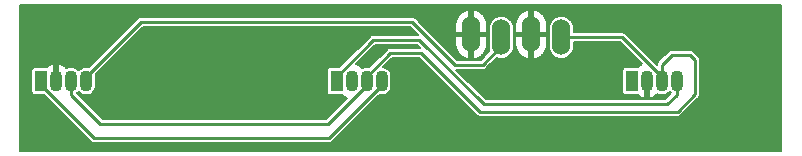
<source format=gbr>
G04 #@! TF.GenerationSoftware,KiCad,Pcbnew,(5.1.2)-2*
G04 #@! TF.CreationDate,2019-12-19T20:04:36-08:00*
G04 #@! TF.ProjectId,led_daughterboard,6c65645f-6461-4756-9768-746572626f61,rev?*
G04 #@! TF.SameCoordinates,Original*
G04 #@! TF.FileFunction,Copper,L1,Top*
G04 #@! TF.FilePolarity,Positive*
%FSLAX46Y46*%
G04 Gerber Fmt 4.6, Leading zero omitted, Abs format (unit mm)*
G04 Created by KiCad (PCBNEW (5.1.2)-2) date 2019-12-19 20:04:36*
%MOMM*%
%LPD*%
G04 APERTURE LIST*
%ADD10O,1.524000X3.048000*%
%ADD11O,1.070000X1.800000*%
%ADD12R,1.070000X1.800000*%
%ADD13C,0.800000*%
%ADD14C,0.250000*%
%ADD15C,0.200000*%
G04 APERTURE END LIST*
D10*
X153270000Y-88654000D03*
X150730000Y-88400000D03*
X148190000Y-88654000D03*
X145650000Y-88400000D03*
D11*
X163060000Y-92350000D03*
X161790000Y-92350000D03*
X160520000Y-92350000D03*
D12*
X159250000Y-92350000D03*
D11*
X138060000Y-92350000D03*
X136790000Y-92350000D03*
X135520000Y-92350000D03*
D12*
X134250000Y-92350000D03*
D11*
X113060000Y-92350000D03*
X111790000Y-92350000D03*
X110520000Y-92350000D03*
D12*
X109250000Y-92350000D03*
D13*
X136875000Y-90625000D03*
X130525000Y-92150000D03*
X121275000Y-92000000D03*
X168900000Y-92250000D03*
X155500000Y-90825000D03*
D14*
X113060000Y-91985000D02*
X113060000Y-92350000D01*
X148190000Y-88654000D02*
X148190000Y-89416000D01*
X148190000Y-89416000D02*
X146631000Y-90975000D01*
X146631000Y-90975000D02*
X144275000Y-90975000D01*
X144275000Y-90975000D02*
X140625000Y-87325000D01*
X140625000Y-87325000D02*
X117720000Y-87325000D01*
X117720000Y-87325000D02*
X113060000Y-91985000D01*
X154282000Y-88654000D02*
X154286000Y-88650000D01*
X153270000Y-88654000D02*
X154282000Y-88654000D01*
X158455000Y-88650000D02*
X161790000Y-91985000D01*
X154286000Y-88650000D02*
X158455000Y-88650000D01*
X111790000Y-93500000D02*
X114265000Y-95975000D01*
X111790000Y-92350000D02*
X111790000Y-93500000D01*
X136790000Y-92715000D02*
X136790000Y-92350000D01*
X133530000Y-95975000D02*
X136790000Y-92715000D01*
X114265000Y-95975000D02*
X133530000Y-95975000D01*
X153270000Y-89416000D02*
X153270000Y-88654000D01*
X161790000Y-91985000D02*
X161790000Y-92350000D01*
X161790000Y-90985000D02*
X161790000Y-92350000D01*
X164150000Y-90100000D02*
X162675000Y-90100000D01*
X162675000Y-90100000D02*
X161790000Y-90985000D01*
X164600000Y-90550000D02*
X164150000Y-90100000D01*
X136790000Y-91985000D02*
X138800000Y-89975000D01*
X136790000Y-92350000D02*
X136790000Y-91985000D01*
X141425000Y-89975000D02*
X146375000Y-94925000D01*
X164600000Y-93450000D02*
X164600000Y-90550000D01*
X146375000Y-94925000D02*
X163125000Y-94925000D01*
X138800000Y-89975000D02*
X141425000Y-89975000D01*
X163125000Y-94925000D02*
X164600000Y-93450000D01*
X109250000Y-92715000D02*
X113710000Y-97175000D01*
X109250000Y-92350000D02*
X109250000Y-92715000D01*
X138060000Y-92715000D02*
X138060000Y-92350000D01*
X133600000Y-97175000D02*
X138060000Y-92715000D01*
X113710000Y-97175000D02*
X133600000Y-97175000D01*
X163060000Y-93500000D02*
X162260000Y-94300000D01*
X163060000Y-92350000D02*
X163060000Y-93500000D01*
X162260000Y-94300000D02*
X146700000Y-94300000D01*
X146700000Y-94300000D02*
X141275000Y-88875000D01*
X134250000Y-91985000D02*
X134250000Y-92350000D01*
X137360000Y-88875000D02*
X134250000Y-91985000D01*
X141275000Y-88875000D02*
X137360000Y-88875000D01*
D15*
G36*
X171925001Y-98275000D02*
G01*
X107475000Y-98275000D01*
X107475000Y-91450000D01*
X108413549Y-91450000D01*
X108413549Y-93250000D01*
X108419341Y-93308810D01*
X108436496Y-93365360D01*
X108464353Y-93417477D01*
X108501842Y-93463158D01*
X108547523Y-93500647D01*
X108599640Y-93528504D01*
X108656190Y-93545659D01*
X108715000Y-93551451D01*
X109485411Y-93551451D01*
X113394721Y-97460762D01*
X113408026Y-97476974D01*
X113472740Y-97530084D01*
X113546573Y-97569548D01*
X113602383Y-97586478D01*
X113626685Y-97593850D01*
X113635098Y-97594679D01*
X113689126Y-97600000D01*
X113689132Y-97600000D01*
X113709999Y-97602055D01*
X113730866Y-97600000D01*
X133579133Y-97600000D01*
X133600000Y-97602055D01*
X133620867Y-97600000D01*
X133620874Y-97600000D01*
X133683314Y-97593850D01*
X133763427Y-97569548D01*
X133837260Y-97530084D01*
X133901974Y-97476974D01*
X133915284Y-97460756D01*
X137851666Y-93524375D01*
X137896312Y-93537918D01*
X138060000Y-93554040D01*
X138223689Y-93537918D01*
X138381087Y-93490172D01*
X138526146Y-93412636D01*
X138653291Y-93308291D01*
X138757636Y-93181146D01*
X138835172Y-93036087D01*
X138882918Y-92878689D01*
X138895000Y-92756019D01*
X138895000Y-91943981D01*
X138882918Y-91821311D01*
X138835172Y-91663913D01*
X138757636Y-91518854D01*
X138653291Y-91391709D01*
X138526145Y-91287364D01*
X138381086Y-91209828D01*
X138223688Y-91162082D01*
X138214831Y-91161210D01*
X138976041Y-90400000D01*
X141248960Y-90400000D01*
X146059721Y-95210762D01*
X146073026Y-95226974D01*
X146137740Y-95280084D01*
X146211573Y-95319548D01*
X146267383Y-95336478D01*
X146291685Y-95343850D01*
X146300098Y-95344679D01*
X146354126Y-95350000D01*
X146354132Y-95350000D01*
X146374999Y-95352055D01*
X146395866Y-95350000D01*
X163104133Y-95350000D01*
X163125000Y-95352055D01*
X163145867Y-95350000D01*
X163145874Y-95350000D01*
X163208314Y-95343850D01*
X163288427Y-95319548D01*
X163362260Y-95280084D01*
X163426974Y-95226974D01*
X163440283Y-95210757D01*
X164885763Y-93765278D01*
X164901974Y-93751974D01*
X164955084Y-93687260D01*
X164994548Y-93613427D01*
X165015105Y-93545659D01*
X165018850Y-93533315D01*
X165020075Y-93520874D01*
X165025000Y-93470874D01*
X165025000Y-93470868D01*
X165027055Y-93450001D01*
X165025000Y-93429134D01*
X165025000Y-90570866D01*
X165027055Y-90549999D01*
X165025000Y-90529132D01*
X165025000Y-90529126D01*
X165018850Y-90466686D01*
X164994548Y-90386573D01*
X164955084Y-90312740D01*
X164901974Y-90248026D01*
X164885762Y-90234721D01*
X164465283Y-89814243D01*
X164451974Y-89798026D01*
X164387260Y-89744916D01*
X164313427Y-89705452D01*
X164233314Y-89681150D01*
X164170874Y-89675000D01*
X164170867Y-89675000D01*
X164150000Y-89672945D01*
X164129133Y-89675000D01*
X162695866Y-89675000D01*
X162674999Y-89672945D01*
X162654132Y-89675000D01*
X162654126Y-89675000D01*
X162600098Y-89680321D01*
X162591685Y-89681150D01*
X162567383Y-89688522D01*
X162511573Y-89705452D01*
X162437740Y-89744916D01*
X162373026Y-89798026D01*
X162359721Y-89814238D01*
X161504243Y-90669717D01*
X161488026Y-90683026D01*
X161434916Y-90747741D01*
X161395452Y-90821574D01*
X161382194Y-90865280D01*
X161371150Y-90901686D01*
X161370321Y-90910099D01*
X161365463Y-90959423D01*
X158770283Y-88364243D01*
X158756974Y-88348026D01*
X158692260Y-88294916D01*
X158618427Y-88255452D01*
X158538314Y-88231150D01*
X158475874Y-88225000D01*
X158475867Y-88225000D01*
X158455000Y-88222945D01*
X158434133Y-88225000D01*
X154332000Y-88225000D01*
X154332000Y-87839834D01*
X154316633Y-87683812D01*
X154255907Y-87483624D01*
X154157293Y-87299130D01*
X154024581Y-87137419D01*
X153862870Y-87004707D01*
X153678376Y-86906093D01*
X153478188Y-86845367D01*
X153270000Y-86824862D01*
X153061813Y-86845367D01*
X152861625Y-86906093D01*
X152677131Y-87004707D01*
X152515420Y-87137419D01*
X152382708Y-87299130D01*
X152284094Y-87483624D01*
X152223368Y-87683812D01*
X152208000Y-87839834D01*
X152208000Y-89468165D01*
X152223367Y-89624187D01*
X152284093Y-89824375D01*
X152382707Y-90008870D01*
X152515419Y-90170581D01*
X152677130Y-90303293D01*
X152861624Y-90401907D01*
X153061812Y-90462633D01*
X153270000Y-90483138D01*
X153478187Y-90462633D01*
X153678375Y-90401907D01*
X153862870Y-90303293D01*
X154024581Y-90170581D01*
X154157293Y-90008870D01*
X154255907Y-89824376D01*
X154316633Y-89624188D01*
X154332000Y-89468166D01*
X154332000Y-89076131D01*
X154343485Y-89075000D01*
X158278960Y-89075000D01*
X160118305Y-90914345D01*
X160013029Y-90949073D01*
X159820671Y-91067883D01*
X159734021Y-91148549D01*
X158715000Y-91148549D01*
X158656190Y-91154341D01*
X158599640Y-91171496D01*
X158547523Y-91199353D01*
X158501842Y-91236842D01*
X158464353Y-91282523D01*
X158436496Y-91334640D01*
X158419341Y-91391190D01*
X158413549Y-91450000D01*
X158413549Y-93250000D01*
X158419341Y-93308810D01*
X158436496Y-93365360D01*
X158464353Y-93417477D01*
X158501842Y-93463158D01*
X158547523Y-93500647D01*
X158599640Y-93528504D01*
X158656190Y-93545659D01*
X158715000Y-93551451D01*
X159734021Y-93551451D01*
X159820671Y-93632117D01*
X160013029Y-93750927D01*
X160190722Y-93809543D01*
X160366000Y-93693961D01*
X160366000Y-92504000D01*
X160346000Y-92504000D01*
X160346000Y-92196000D01*
X160366000Y-92196000D01*
X160366000Y-92176000D01*
X160674000Y-92176000D01*
X160674000Y-92196000D01*
X160694000Y-92196000D01*
X160694000Y-92504000D01*
X160674000Y-92504000D01*
X160674000Y-93693961D01*
X160849278Y-93809543D01*
X161026971Y-93750927D01*
X161219329Y-93632117D01*
X161384812Y-93478063D01*
X161401909Y-93454357D01*
X161468914Y-93490172D01*
X161626312Y-93537918D01*
X161790000Y-93554040D01*
X161953689Y-93537918D01*
X162111087Y-93490172D01*
X162256146Y-93412636D01*
X162383291Y-93308291D01*
X162425001Y-93257468D01*
X162466710Y-93308291D01*
X162567748Y-93391211D01*
X162083960Y-93875000D01*
X146876040Y-93875000D01*
X144401040Y-91400000D01*
X146610133Y-91400000D01*
X146631000Y-91402055D01*
X146651867Y-91400000D01*
X146651874Y-91400000D01*
X146714314Y-91393850D01*
X146794427Y-91369548D01*
X146868260Y-91330084D01*
X146932974Y-91276974D01*
X146946283Y-91260757D01*
X147799662Y-90407379D01*
X147981812Y-90462633D01*
X148190000Y-90483138D01*
X148398187Y-90462633D01*
X148598375Y-90401907D01*
X148782870Y-90303293D01*
X148944581Y-90170581D01*
X149077293Y-90008870D01*
X149175907Y-89824376D01*
X149236633Y-89624188D01*
X149252000Y-89468166D01*
X149252000Y-88554000D01*
X149360000Y-88554000D01*
X149360000Y-89316000D01*
X149416368Y-89580315D01*
X149523218Y-89828554D01*
X149676444Y-90051178D01*
X149870158Y-90239631D01*
X150096915Y-90386671D01*
X150364939Y-90482466D01*
X150576000Y-90370225D01*
X150576000Y-88554000D01*
X150884000Y-88554000D01*
X150884000Y-90370225D01*
X151095061Y-90482466D01*
X151363085Y-90386671D01*
X151589842Y-90239631D01*
X151783556Y-90051178D01*
X151936782Y-89828554D01*
X152043632Y-89580315D01*
X152100000Y-89316000D01*
X152100000Y-88554000D01*
X150884000Y-88554000D01*
X150576000Y-88554000D01*
X149360000Y-88554000D01*
X149252000Y-88554000D01*
X149252000Y-87839834D01*
X149236633Y-87683812D01*
X149176022Y-87484000D01*
X149360000Y-87484000D01*
X149360000Y-88246000D01*
X150576000Y-88246000D01*
X150576000Y-86429775D01*
X150884000Y-86429775D01*
X150884000Y-88246000D01*
X152100000Y-88246000D01*
X152100000Y-87484000D01*
X152043632Y-87219685D01*
X151936782Y-86971446D01*
X151783556Y-86748822D01*
X151589842Y-86560369D01*
X151363085Y-86413329D01*
X151095061Y-86317534D01*
X150884000Y-86429775D01*
X150576000Y-86429775D01*
X150364939Y-86317534D01*
X150096915Y-86413329D01*
X149870158Y-86560369D01*
X149676444Y-86748822D01*
X149523218Y-86971446D01*
X149416368Y-87219685D01*
X149360000Y-87484000D01*
X149176022Y-87484000D01*
X149175907Y-87483624D01*
X149077293Y-87299130D01*
X148944581Y-87137419D01*
X148782870Y-87004707D01*
X148598376Y-86906093D01*
X148398188Y-86845367D01*
X148190000Y-86824862D01*
X147981813Y-86845367D01*
X147781625Y-86906093D01*
X147597131Y-87004707D01*
X147435420Y-87137419D01*
X147302708Y-87299130D01*
X147204094Y-87483624D01*
X147143368Y-87683812D01*
X147128000Y-87839834D01*
X147128000Y-89468165D01*
X147143367Y-89624187D01*
X147198622Y-89806338D01*
X146454960Y-90550000D01*
X144451040Y-90550000D01*
X142455040Y-88554000D01*
X144280000Y-88554000D01*
X144280000Y-89316000D01*
X144336368Y-89580315D01*
X144443218Y-89828554D01*
X144596444Y-90051178D01*
X144790158Y-90239631D01*
X145016915Y-90386671D01*
X145284939Y-90482466D01*
X145496000Y-90370225D01*
X145496000Y-88554000D01*
X145804000Y-88554000D01*
X145804000Y-90370225D01*
X146015061Y-90482466D01*
X146283085Y-90386671D01*
X146509842Y-90239631D01*
X146703556Y-90051178D01*
X146856782Y-89828554D01*
X146963632Y-89580315D01*
X147020000Y-89316000D01*
X147020000Y-88554000D01*
X145804000Y-88554000D01*
X145496000Y-88554000D01*
X144280000Y-88554000D01*
X142455040Y-88554000D01*
X141385040Y-87484000D01*
X144280000Y-87484000D01*
X144280000Y-88246000D01*
X145496000Y-88246000D01*
X145496000Y-86429775D01*
X145804000Y-86429775D01*
X145804000Y-88246000D01*
X147020000Y-88246000D01*
X147020000Y-87484000D01*
X146963632Y-87219685D01*
X146856782Y-86971446D01*
X146703556Y-86748822D01*
X146509842Y-86560369D01*
X146283085Y-86413329D01*
X146015061Y-86317534D01*
X145804000Y-86429775D01*
X145496000Y-86429775D01*
X145284939Y-86317534D01*
X145016915Y-86413329D01*
X144790158Y-86560369D01*
X144596444Y-86748822D01*
X144443218Y-86971446D01*
X144336368Y-87219685D01*
X144280000Y-87484000D01*
X141385040Y-87484000D01*
X140940284Y-87039244D01*
X140926974Y-87023026D01*
X140862260Y-86969916D01*
X140788427Y-86930452D01*
X140708314Y-86906150D01*
X140645874Y-86900000D01*
X140645867Y-86900000D01*
X140625000Y-86897945D01*
X140604133Y-86900000D01*
X117740866Y-86900000D01*
X117719999Y-86897945D01*
X117699132Y-86900000D01*
X117699126Y-86900000D01*
X117645098Y-86905321D01*
X117636685Y-86906150D01*
X117612383Y-86913522D01*
X117556573Y-86930452D01*
X117482740Y-86969916D01*
X117441855Y-87003470D01*
X117440348Y-87004707D01*
X117418026Y-87023026D01*
X117404721Y-87039238D01*
X113268335Y-91175625D01*
X113223688Y-91162082D01*
X113060000Y-91145960D01*
X112896311Y-91162082D01*
X112738913Y-91209828D01*
X112593854Y-91287364D01*
X112466709Y-91391709D01*
X112425000Y-91442532D01*
X112383291Y-91391709D01*
X112256145Y-91287364D01*
X112111086Y-91209828D01*
X111953688Y-91162082D01*
X111790000Y-91145960D01*
X111626311Y-91162082D01*
X111468913Y-91209828D01*
X111401908Y-91245643D01*
X111384812Y-91221937D01*
X111219329Y-91067883D01*
X111026971Y-90949073D01*
X110849278Y-90890457D01*
X110674000Y-91006039D01*
X110674000Y-92196000D01*
X110694000Y-92196000D01*
X110694000Y-92504000D01*
X110674000Y-92504000D01*
X110674000Y-92524000D01*
X110366000Y-92524000D01*
X110366000Y-92504000D01*
X110346000Y-92504000D01*
X110346000Y-92196000D01*
X110366000Y-92196000D01*
X110366000Y-91006039D01*
X110190722Y-90890457D01*
X110013029Y-90949073D01*
X109820671Y-91067883D01*
X109734021Y-91148549D01*
X108715000Y-91148549D01*
X108656190Y-91154341D01*
X108599640Y-91171496D01*
X108547523Y-91199353D01*
X108501842Y-91236842D01*
X108464353Y-91282523D01*
X108436496Y-91334640D01*
X108419341Y-91391190D01*
X108413549Y-91450000D01*
X107475000Y-91450000D01*
X107475000Y-85900000D01*
X171925000Y-85900000D01*
X171925001Y-98275000D01*
X171925001Y-98275000D01*
G37*
X171925001Y-98275000D02*
X107475000Y-98275000D01*
X107475000Y-91450000D01*
X108413549Y-91450000D01*
X108413549Y-93250000D01*
X108419341Y-93308810D01*
X108436496Y-93365360D01*
X108464353Y-93417477D01*
X108501842Y-93463158D01*
X108547523Y-93500647D01*
X108599640Y-93528504D01*
X108656190Y-93545659D01*
X108715000Y-93551451D01*
X109485411Y-93551451D01*
X113394721Y-97460762D01*
X113408026Y-97476974D01*
X113472740Y-97530084D01*
X113546573Y-97569548D01*
X113602383Y-97586478D01*
X113626685Y-97593850D01*
X113635098Y-97594679D01*
X113689126Y-97600000D01*
X113689132Y-97600000D01*
X113709999Y-97602055D01*
X113730866Y-97600000D01*
X133579133Y-97600000D01*
X133600000Y-97602055D01*
X133620867Y-97600000D01*
X133620874Y-97600000D01*
X133683314Y-97593850D01*
X133763427Y-97569548D01*
X133837260Y-97530084D01*
X133901974Y-97476974D01*
X133915284Y-97460756D01*
X137851666Y-93524375D01*
X137896312Y-93537918D01*
X138060000Y-93554040D01*
X138223689Y-93537918D01*
X138381087Y-93490172D01*
X138526146Y-93412636D01*
X138653291Y-93308291D01*
X138757636Y-93181146D01*
X138835172Y-93036087D01*
X138882918Y-92878689D01*
X138895000Y-92756019D01*
X138895000Y-91943981D01*
X138882918Y-91821311D01*
X138835172Y-91663913D01*
X138757636Y-91518854D01*
X138653291Y-91391709D01*
X138526145Y-91287364D01*
X138381086Y-91209828D01*
X138223688Y-91162082D01*
X138214831Y-91161210D01*
X138976041Y-90400000D01*
X141248960Y-90400000D01*
X146059721Y-95210762D01*
X146073026Y-95226974D01*
X146137740Y-95280084D01*
X146211573Y-95319548D01*
X146267383Y-95336478D01*
X146291685Y-95343850D01*
X146300098Y-95344679D01*
X146354126Y-95350000D01*
X146354132Y-95350000D01*
X146374999Y-95352055D01*
X146395866Y-95350000D01*
X163104133Y-95350000D01*
X163125000Y-95352055D01*
X163145867Y-95350000D01*
X163145874Y-95350000D01*
X163208314Y-95343850D01*
X163288427Y-95319548D01*
X163362260Y-95280084D01*
X163426974Y-95226974D01*
X163440283Y-95210757D01*
X164885763Y-93765278D01*
X164901974Y-93751974D01*
X164955084Y-93687260D01*
X164994548Y-93613427D01*
X165015105Y-93545659D01*
X165018850Y-93533315D01*
X165020075Y-93520874D01*
X165025000Y-93470874D01*
X165025000Y-93470868D01*
X165027055Y-93450001D01*
X165025000Y-93429134D01*
X165025000Y-90570866D01*
X165027055Y-90549999D01*
X165025000Y-90529132D01*
X165025000Y-90529126D01*
X165018850Y-90466686D01*
X164994548Y-90386573D01*
X164955084Y-90312740D01*
X164901974Y-90248026D01*
X164885762Y-90234721D01*
X164465283Y-89814243D01*
X164451974Y-89798026D01*
X164387260Y-89744916D01*
X164313427Y-89705452D01*
X164233314Y-89681150D01*
X164170874Y-89675000D01*
X164170867Y-89675000D01*
X164150000Y-89672945D01*
X164129133Y-89675000D01*
X162695866Y-89675000D01*
X162674999Y-89672945D01*
X162654132Y-89675000D01*
X162654126Y-89675000D01*
X162600098Y-89680321D01*
X162591685Y-89681150D01*
X162567383Y-89688522D01*
X162511573Y-89705452D01*
X162437740Y-89744916D01*
X162373026Y-89798026D01*
X162359721Y-89814238D01*
X161504243Y-90669717D01*
X161488026Y-90683026D01*
X161434916Y-90747741D01*
X161395452Y-90821574D01*
X161382194Y-90865280D01*
X161371150Y-90901686D01*
X161370321Y-90910099D01*
X161365463Y-90959423D01*
X158770283Y-88364243D01*
X158756974Y-88348026D01*
X158692260Y-88294916D01*
X158618427Y-88255452D01*
X158538314Y-88231150D01*
X158475874Y-88225000D01*
X158475867Y-88225000D01*
X158455000Y-88222945D01*
X158434133Y-88225000D01*
X154332000Y-88225000D01*
X154332000Y-87839834D01*
X154316633Y-87683812D01*
X154255907Y-87483624D01*
X154157293Y-87299130D01*
X154024581Y-87137419D01*
X153862870Y-87004707D01*
X153678376Y-86906093D01*
X153478188Y-86845367D01*
X153270000Y-86824862D01*
X153061813Y-86845367D01*
X152861625Y-86906093D01*
X152677131Y-87004707D01*
X152515420Y-87137419D01*
X152382708Y-87299130D01*
X152284094Y-87483624D01*
X152223368Y-87683812D01*
X152208000Y-87839834D01*
X152208000Y-89468165D01*
X152223367Y-89624187D01*
X152284093Y-89824375D01*
X152382707Y-90008870D01*
X152515419Y-90170581D01*
X152677130Y-90303293D01*
X152861624Y-90401907D01*
X153061812Y-90462633D01*
X153270000Y-90483138D01*
X153478187Y-90462633D01*
X153678375Y-90401907D01*
X153862870Y-90303293D01*
X154024581Y-90170581D01*
X154157293Y-90008870D01*
X154255907Y-89824376D01*
X154316633Y-89624188D01*
X154332000Y-89468166D01*
X154332000Y-89076131D01*
X154343485Y-89075000D01*
X158278960Y-89075000D01*
X160118305Y-90914345D01*
X160013029Y-90949073D01*
X159820671Y-91067883D01*
X159734021Y-91148549D01*
X158715000Y-91148549D01*
X158656190Y-91154341D01*
X158599640Y-91171496D01*
X158547523Y-91199353D01*
X158501842Y-91236842D01*
X158464353Y-91282523D01*
X158436496Y-91334640D01*
X158419341Y-91391190D01*
X158413549Y-91450000D01*
X158413549Y-93250000D01*
X158419341Y-93308810D01*
X158436496Y-93365360D01*
X158464353Y-93417477D01*
X158501842Y-93463158D01*
X158547523Y-93500647D01*
X158599640Y-93528504D01*
X158656190Y-93545659D01*
X158715000Y-93551451D01*
X159734021Y-93551451D01*
X159820671Y-93632117D01*
X160013029Y-93750927D01*
X160190722Y-93809543D01*
X160366000Y-93693961D01*
X160366000Y-92504000D01*
X160346000Y-92504000D01*
X160346000Y-92196000D01*
X160366000Y-92196000D01*
X160366000Y-92176000D01*
X160674000Y-92176000D01*
X160674000Y-92196000D01*
X160694000Y-92196000D01*
X160694000Y-92504000D01*
X160674000Y-92504000D01*
X160674000Y-93693961D01*
X160849278Y-93809543D01*
X161026971Y-93750927D01*
X161219329Y-93632117D01*
X161384812Y-93478063D01*
X161401909Y-93454357D01*
X161468914Y-93490172D01*
X161626312Y-93537918D01*
X161790000Y-93554040D01*
X161953689Y-93537918D01*
X162111087Y-93490172D01*
X162256146Y-93412636D01*
X162383291Y-93308291D01*
X162425001Y-93257468D01*
X162466710Y-93308291D01*
X162567748Y-93391211D01*
X162083960Y-93875000D01*
X146876040Y-93875000D01*
X144401040Y-91400000D01*
X146610133Y-91400000D01*
X146631000Y-91402055D01*
X146651867Y-91400000D01*
X146651874Y-91400000D01*
X146714314Y-91393850D01*
X146794427Y-91369548D01*
X146868260Y-91330084D01*
X146932974Y-91276974D01*
X146946283Y-91260757D01*
X147799662Y-90407379D01*
X147981812Y-90462633D01*
X148190000Y-90483138D01*
X148398187Y-90462633D01*
X148598375Y-90401907D01*
X148782870Y-90303293D01*
X148944581Y-90170581D01*
X149077293Y-90008870D01*
X149175907Y-89824376D01*
X149236633Y-89624188D01*
X149252000Y-89468166D01*
X149252000Y-88554000D01*
X149360000Y-88554000D01*
X149360000Y-89316000D01*
X149416368Y-89580315D01*
X149523218Y-89828554D01*
X149676444Y-90051178D01*
X149870158Y-90239631D01*
X150096915Y-90386671D01*
X150364939Y-90482466D01*
X150576000Y-90370225D01*
X150576000Y-88554000D01*
X150884000Y-88554000D01*
X150884000Y-90370225D01*
X151095061Y-90482466D01*
X151363085Y-90386671D01*
X151589842Y-90239631D01*
X151783556Y-90051178D01*
X151936782Y-89828554D01*
X152043632Y-89580315D01*
X152100000Y-89316000D01*
X152100000Y-88554000D01*
X150884000Y-88554000D01*
X150576000Y-88554000D01*
X149360000Y-88554000D01*
X149252000Y-88554000D01*
X149252000Y-87839834D01*
X149236633Y-87683812D01*
X149176022Y-87484000D01*
X149360000Y-87484000D01*
X149360000Y-88246000D01*
X150576000Y-88246000D01*
X150576000Y-86429775D01*
X150884000Y-86429775D01*
X150884000Y-88246000D01*
X152100000Y-88246000D01*
X152100000Y-87484000D01*
X152043632Y-87219685D01*
X151936782Y-86971446D01*
X151783556Y-86748822D01*
X151589842Y-86560369D01*
X151363085Y-86413329D01*
X151095061Y-86317534D01*
X150884000Y-86429775D01*
X150576000Y-86429775D01*
X150364939Y-86317534D01*
X150096915Y-86413329D01*
X149870158Y-86560369D01*
X149676444Y-86748822D01*
X149523218Y-86971446D01*
X149416368Y-87219685D01*
X149360000Y-87484000D01*
X149176022Y-87484000D01*
X149175907Y-87483624D01*
X149077293Y-87299130D01*
X148944581Y-87137419D01*
X148782870Y-87004707D01*
X148598376Y-86906093D01*
X148398188Y-86845367D01*
X148190000Y-86824862D01*
X147981813Y-86845367D01*
X147781625Y-86906093D01*
X147597131Y-87004707D01*
X147435420Y-87137419D01*
X147302708Y-87299130D01*
X147204094Y-87483624D01*
X147143368Y-87683812D01*
X147128000Y-87839834D01*
X147128000Y-89468165D01*
X147143367Y-89624187D01*
X147198622Y-89806338D01*
X146454960Y-90550000D01*
X144451040Y-90550000D01*
X142455040Y-88554000D01*
X144280000Y-88554000D01*
X144280000Y-89316000D01*
X144336368Y-89580315D01*
X144443218Y-89828554D01*
X144596444Y-90051178D01*
X144790158Y-90239631D01*
X145016915Y-90386671D01*
X145284939Y-90482466D01*
X145496000Y-90370225D01*
X145496000Y-88554000D01*
X145804000Y-88554000D01*
X145804000Y-90370225D01*
X146015061Y-90482466D01*
X146283085Y-90386671D01*
X146509842Y-90239631D01*
X146703556Y-90051178D01*
X146856782Y-89828554D01*
X146963632Y-89580315D01*
X147020000Y-89316000D01*
X147020000Y-88554000D01*
X145804000Y-88554000D01*
X145496000Y-88554000D01*
X144280000Y-88554000D01*
X142455040Y-88554000D01*
X141385040Y-87484000D01*
X144280000Y-87484000D01*
X144280000Y-88246000D01*
X145496000Y-88246000D01*
X145496000Y-86429775D01*
X145804000Y-86429775D01*
X145804000Y-88246000D01*
X147020000Y-88246000D01*
X147020000Y-87484000D01*
X146963632Y-87219685D01*
X146856782Y-86971446D01*
X146703556Y-86748822D01*
X146509842Y-86560369D01*
X146283085Y-86413329D01*
X146015061Y-86317534D01*
X145804000Y-86429775D01*
X145496000Y-86429775D01*
X145284939Y-86317534D01*
X145016915Y-86413329D01*
X144790158Y-86560369D01*
X144596444Y-86748822D01*
X144443218Y-86971446D01*
X144336368Y-87219685D01*
X144280000Y-87484000D01*
X141385040Y-87484000D01*
X140940284Y-87039244D01*
X140926974Y-87023026D01*
X140862260Y-86969916D01*
X140788427Y-86930452D01*
X140708314Y-86906150D01*
X140645874Y-86900000D01*
X140645867Y-86900000D01*
X140625000Y-86897945D01*
X140604133Y-86900000D01*
X117740866Y-86900000D01*
X117719999Y-86897945D01*
X117699132Y-86900000D01*
X117699126Y-86900000D01*
X117645098Y-86905321D01*
X117636685Y-86906150D01*
X117612383Y-86913522D01*
X117556573Y-86930452D01*
X117482740Y-86969916D01*
X117441855Y-87003470D01*
X117440348Y-87004707D01*
X117418026Y-87023026D01*
X117404721Y-87039238D01*
X113268335Y-91175625D01*
X113223688Y-91162082D01*
X113060000Y-91145960D01*
X112896311Y-91162082D01*
X112738913Y-91209828D01*
X112593854Y-91287364D01*
X112466709Y-91391709D01*
X112425000Y-91442532D01*
X112383291Y-91391709D01*
X112256145Y-91287364D01*
X112111086Y-91209828D01*
X111953688Y-91162082D01*
X111790000Y-91145960D01*
X111626311Y-91162082D01*
X111468913Y-91209828D01*
X111401908Y-91245643D01*
X111384812Y-91221937D01*
X111219329Y-91067883D01*
X111026971Y-90949073D01*
X110849278Y-90890457D01*
X110674000Y-91006039D01*
X110674000Y-92196000D01*
X110694000Y-92196000D01*
X110694000Y-92504000D01*
X110674000Y-92504000D01*
X110674000Y-92524000D01*
X110366000Y-92524000D01*
X110366000Y-92504000D01*
X110346000Y-92504000D01*
X110346000Y-92196000D01*
X110366000Y-92196000D01*
X110366000Y-91006039D01*
X110190722Y-90890457D01*
X110013029Y-90949073D01*
X109820671Y-91067883D01*
X109734021Y-91148549D01*
X108715000Y-91148549D01*
X108656190Y-91154341D01*
X108599640Y-91171496D01*
X108547523Y-91199353D01*
X108501842Y-91236842D01*
X108464353Y-91282523D01*
X108436496Y-91334640D01*
X108419341Y-91391190D01*
X108413549Y-91450000D01*
X107475000Y-91450000D01*
X107475000Y-85900000D01*
X171925000Y-85900000D01*
X171925001Y-98275000D01*
G36*
X141148960Y-88450000D02*
G01*
X137380866Y-88450000D01*
X137359999Y-88447945D01*
X137339132Y-88450000D01*
X137339126Y-88450000D01*
X137285098Y-88455321D01*
X137276685Y-88456150D01*
X137252383Y-88463522D01*
X137196573Y-88480452D01*
X137122740Y-88519916D01*
X137058026Y-88573026D01*
X137044721Y-88589238D01*
X134485411Y-91148549D01*
X133715000Y-91148549D01*
X133656190Y-91154341D01*
X133599640Y-91171496D01*
X133547523Y-91199353D01*
X133501842Y-91236842D01*
X133464353Y-91282523D01*
X133436496Y-91334640D01*
X133419341Y-91391190D01*
X133413549Y-91450000D01*
X133413549Y-93250000D01*
X133419341Y-93308810D01*
X133436496Y-93365360D01*
X133464353Y-93417477D01*
X133501842Y-93463158D01*
X133547523Y-93500647D01*
X133599640Y-93528504D01*
X133656190Y-93545659D01*
X133715000Y-93551451D01*
X134734021Y-93551451D01*
X134820671Y-93632117D01*
X135013029Y-93750927D01*
X135118305Y-93785655D01*
X133353960Y-95550000D01*
X114441040Y-95550000D01*
X112282252Y-93391212D01*
X112383291Y-93308291D01*
X112425001Y-93257468D01*
X112466710Y-93308291D01*
X112593855Y-93412636D01*
X112738914Y-93490172D01*
X112896312Y-93537918D01*
X113060000Y-93554040D01*
X113223689Y-93537918D01*
X113381087Y-93490172D01*
X113526146Y-93412636D01*
X113653291Y-93308291D01*
X113757636Y-93181146D01*
X113835172Y-93036087D01*
X113882918Y-92878689D01*
X113895000Y-92756019D01*
X113895000Y-91943981D01*
X113882918Y-91821311D01*
X113869375Y-91776665D01*
X117896041Y-87750000D01*
X140448960Y-87750000D01*
X141148960Y-88450000D01*
X141148960Y-88450000D01*
G37*
X141148960Y-88450000D02*
X137380866Y-88450000D01*
X137359999Y-88447945D01*
X137339132Y-88450000D01*
X137339126Y-88450000D01*
X137285098Y-88455321D01*
X137276685Y-88456150D01*
X137252383Y-88463522D01*
X137196573Y-88480452D01*
X137122740Y-88519916D01*
X137058026Y-88573026D01*
X137044721Y-88589238D01*
X134485411Y-91148549D01*
X133715000Y-91148549D01*
X133656190Y-91154341D01*
X133599640Y-91171496D01*
X133547523Y-91199353D01*
X133501842Y-91236842D01*
X133464353Y-91282523D01*
X133436496Y-91334640D01*
X133419341Y-91391190D01*
X133413549Y-91450000D01*
X133413549Y-93250000D01*
X133419341Y-93308810D01*
X133436496Y-93365360D01*
X133464353Y-93417477D01*
X133501842Y-93463158D01*
X133547523Y-93500647D01*
X133599640Y-93528504D01*
X133656190Y-93545659D01*
X133715000Y-93551451D01*
X134734021Y-93551451D01*
X134820671Y-93632117D01*
X135013029Y-93750927D01*
X135118305Y-93785655D01*
X133353960Y-95550000D01*
X114441040Y-95550000D01*
X112282252Y-93391212D01*
X112383291Y-93308291D01*
X112425001Y-93257468D01*
X112466710Y-93308291D01*
X112593855Y-93412636D01*
X112738914Y-93490172D01*
X112896312Y-93537918D01*
X113060000Y-93554040D01*
X113223689Y-93537918D01*
X113381087Y-93490172D01*
X113526146Y-93412636D01*
X113653291Y-93308291D01*
X113757636Y-93181146D01*
X113835172Y-93036087D01*
X113882918Y-92878689D01*
X113895000Y-92756019D01*
X113895000Y-91943981D01*
X113882918Y-91821311D01*
X113869375Y-91776665D01*
X117896041Y-87750000D01*
X140448960Y-87750000D01*
X141148960Y-88450000D01*
G36*
X135674000Y-92196000D02*
G01*
X135694000Y-92196000D01*
X135694000Y-92504000D01*
X135674000Y-92504000D01*
X135674000Y-92524000D01*
X135366000Y-92524000D01*
X135366000Y-92504000D01*
X135346000Y-92504000D01*
X135346000Y-92196000D01*
X135366000Y-92196000D01*
X135366000Y-92176000D01*
X135674000Y-92176000D01*
X135674000Y-92196000D01*
X135674000Y-92196000D01*
G37*
X135674000Y-92196000D02*
X135694000Y-92196000D01*
X135694000Y-92504000D01*
X135674000Y-92504000D01*
X135674000Y-92524000D01*
X135366000Y-92524000D01*
X135366000Y-92504000D01*
X135346000Y-92504000D01*
X135346000Y-92196000D01*
X135366000Y-92196000D01*
X135366000Y-92176000D01*
X135674000Y-92176000D01*
X135674000Y-92196000D01*
G36*
X141348960Y-89550000D02*
G01*
X138820866Y-89550000D01*
X138799999Y-89547945D01*
X138779132Y-89550000D01*
X138779126Y-89550000D01*
X138725098Y-89555321D01*
X138716685Y-89556150D01*
X138692383Y-89563522D01*
X138636573Y-89580452D01*
X138562740Y-89619916D01*
X138498026Y-89673026D01*
X138484721Y-89689238D01*
X136998334Y-91175625D01*
X136953688Y-91162082D01*
X136790000Y-91145960D01*
X136626311Y-91162082D01*
X136468913Y-91209828D01*
X136401908Y-91245643D01*
X136384812Y-91221937D01*
X136219329Y-91067883D01*
X136026971Y-90949073D01*
X135921695Y-90914345D01*
X137536041Y-89300000D01*
X141098960Y-89300000D01*
X141348960Y-89550000D01*
X141348960Y-89550000D01*
G37*
X141348960Y-89550000D02*
X138820866Y-89550000D01*
X138799999Y-89547945D01*
X138779132Y-89550000D01*
X138779126Y-89550000D01*
X138725098Y-89555321D01*
X138716685Y-89556150D01*
X138692383Y-89563522D01*
X138636573Y-89580452D01*
X138562740Y-89619916D01*
X138498026Y-89673026D01*
X138484721Y-89689238D01*
X136998334Y-91175625D01*
X136953688Y-91162082D01*
X136790000Y-91145960D01*
X136626311Y-91162082D01*
X136468913Y-91209828D01*
X136401908Y-91245643D01*
X136384812Y-91221937D01*
X136219329Y-91067883D01*
X136026971Y-90949073D01*
X135921695Y-90914345D01*
X137536041Y-89300000D01*
X141098960Y-89300000D01*
X141348960Y-89550000D01*
M02*

</source>
